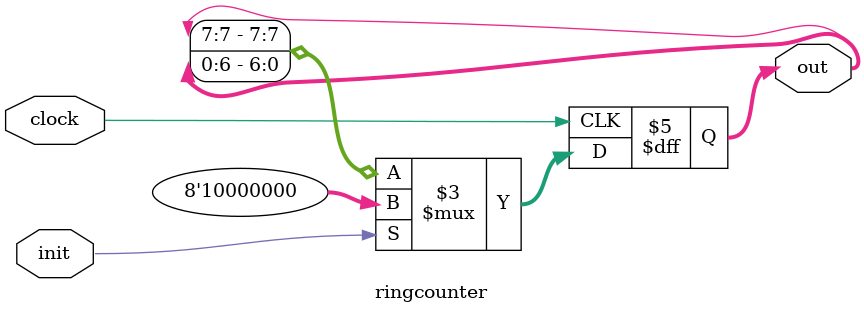
<source format=v>
`timescale 1ns / 1ps
module ringcounter(clock, init, out
    );
input clock, init;  //init is the initialization input for initializing the counter.
output reg [0:7] out;
always @ (posedge clock)
begin
if(init)
out=8'b10000000;
else
begin
out={out[7],out[0:6]};
end
end
endmodule

// Principle of operation for this 8 bit Ring Counter is that we are just moving the LSB of 8 bit counter outputer to 
// next clock pulse
// when the counter is initialized the counter output will be 10000000 and then it will move to 01000000 and start moving the MSB 1 to LSB 1.

</source>
